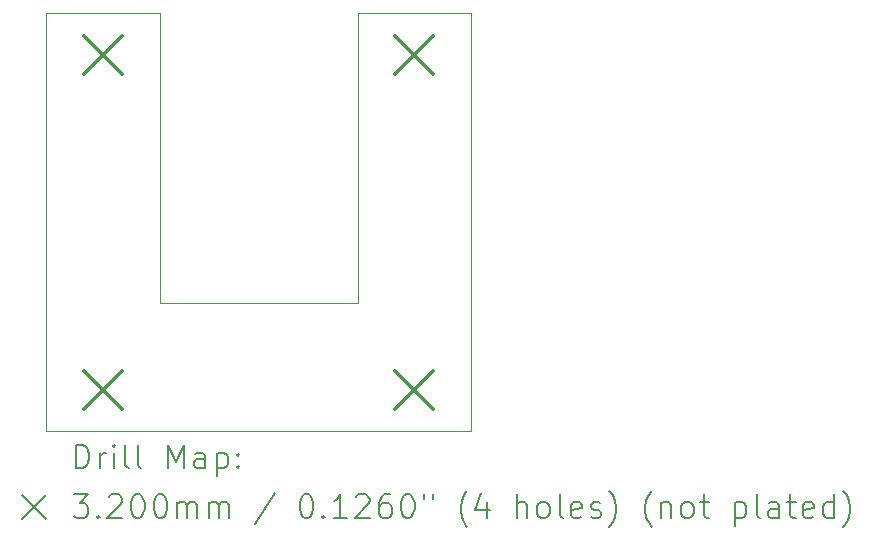
<source format=gbr>
%FSLAX45Y45*%
G04 Gerber Fmt 4.5, Leading zero omitted, Abs format (unit mm)*
G04 Created by KiCad (PCBNEW (6.0.2-0)) date 2022-05-31 21:56:34*
%MOMM*%
%LPD*%
G01*
G04 APERTURE LIST*
%TA.AperFunction,Profile*%
%ADD10C,0.100000*%
%TD*%
%ADD11C,0.200000*%
%ADD12C,0.320000*%
G04 APERTURE END LIST*
D10*
X17449800Y-6101080D02*
X17449800Y-9636760D01*
X17449800Y-9636760D02*
X13853160Y-9636760D01*
X16489680Y-8549640D02*
X14813280Y-8549640D01*
X13853160Y-9636760D02*
X13853160Y-6101080D01*
X16489680Y-6101080D02*
X17449800Y-6101080D01*
X14813280Y-8549640D02*
X14813280Y-6101080D01*
X14813280Y-6101080D02*
X13853160Y-6101080D01*
X16489680Y-6101080D02*
X16489680Y-8549640D01*
D11*
D12*
X14173220Y-6291600D02*
X14493220Y-6611600D01*
X14493220Y-6291600D02*
X14173220Y-6611600D01*
X14173220Y-9126240D02*
X14493220Y-9446240D01*
X14493220Y-9126240D02*
X14173220Y-9446240D01*
X16809740Y-6291600D02*
X17129740Y-6611600D01*
X17129740Y-6291600D02*
X16809740Y-6611600D01*
X16809740Y-9126240D02*
X17129740Y-9446240D01*
X17129740Y-9126240D02*
X16809740Y-9446240D01*
D11*
X14105779Y-9952236D02*
X14105779Y-9752236D01*
X14153398Y-9752236D01*
X14181969Y-9761760D01*
X14201017Y-9780808D01*
X14210541Y-9799855D01*
X14220065Y-9837950D01*
X14220065Y-9866522D01*
X14210541Y-9904617D01*
X14201017Y-9923665D01*
X14181969Y-9942712D01*
X14153398Y-9952236D01*
X14105779Y-9952236D01*
X14305779Y-9952236D02*
X14305779Y-9818903D01*
X14305779Y-9856998D02*
X14315303Y-9837950D01*
X14324827Y-9828427D01*
X14343874Y-9818903D01*
X14362922Y-9818903D01*
X14429588Y-9952236D02*
X14429588Y-9818903D01*
X14429588Y-9752236D02*
X14420065Y-9761760D01*
X14429588Y-9771284D01*
X14439112Y-9761760D01*
X14429588Y-9752236D01*
X14429588Y-9771284D01*
X14553398Y-9952236D02*
X14534350Y-9942712D01*
X14524827Y-9923665D01*
X14524827Y-9752236D01*
X14658160Y-9952236D02*
X14639112Y-9942712D01*
X14629588Y-9923665D01*
X14629588Y-9752236D01*
X14886731Y-9952236D02*
X14886731Y-9752236D01*
X14953398Y-9895093D01*
X15020065Y-9752236D01*
X15020065Y-9952236D01*
X15201017Y-9952236D02*
X15201017Y-9847474D01*
X15191493Y-9828427D01*
X15172446Y-9818903D01*
X15134350Y-9818903D01*
X15115303Y-9828427D01*
X15201017Y-9942712D02*
X15181969Y-9952236D01*
X15134350Y-9952236D01*
X15115303Y-9942712D01*
X15105779Y-9923665D01*
X15105779Y-9904617D01*
X15115303Y-9885570D01*
X15134350Y-9876046D01*
X15181969Y-9876046D01*
X15201017Y-9866522D01*
X15296255Y-9818903D02*
X15296255Y-10018903D01*
X15296255Y-9828427D02*
X15315303Y-9818903D01*
X15353398Y-9818903D01*
X15372446Y-9828427D01*
X15381969Y-9837950D01*
X15391493Y-9856998D01*
X15391493Y-9914141D01*
X15381969Y-9933189D01*
X15372446Y-9942712D01*
X15353398Y-9952236D01*
X15315303Y-9952236D01*
X15296255Y-9942712D01*
X15477208Y-9933189D02*
X15486731Y-9942712D01*
X15477208Y-9952236D01*
X15467684Y-9942712D01*
X15477208Y-9933189D01*
X15477208Y-9952236D01*
X15477208Y-9828427D02*
X15486731Y-9837950D01*
X15477208Y-9847474D01*
X15467684Y-9837950D01*
X15477208Y-9828427D01*
X15477208Y-9847474D01*
X13648160Y-10181760D02*
X13848160Y-10381760D01*
X13848160Y-10181760D02*
X13648160Y-10381760D01*
X14086731Y-10172236D02*
X14210541Y-10172236D01*
X14143874Y-10248427D01*
X14172446Y-10248427D01*
X14191493Y-10257950D01*
X14201017Y-10267474D01*
X14210541Y-10286522D01*
X14210541Y-10334141D01*
X14201017Y-10353189D01*
X14191493Y-10362712D01*
X14172446Y-10372236D01*
X14115303Y-10372236D01*
X14096255Y-10362712D01*
X14086731Y-10353189D01*
X14296255Y-10353189D02*
X14305779Y-10362712D01*
X14296255Y-10372236D01*
X14286731Y-10362712D01*
X14296255Y-10353189D01*
X14296255Y-10372236D01*
X14381969Y-10191284D02*
X14391493Y-10181760D01*
X14410541Y-10172236D01*
X14458160Y-10172236D01*
X14477208Y-10181760D01*
X14486731Y-10191284D01*
X14496255Y-10210331D01*
X14496255Y-10229379D01*
X14486731Y-10257950D01*
X14372446Y-10372236D01*
X14496255Y-10372236D01*
X14620065Y-10172236D02*
X14639112Y-10172236D01*
X14658160Y-10181760D01*
X14667684Y-10191284D01*
X14677208Y-10210331D01*
X14686731Y-10248427D01*
X14686731Y-10296046D01*
X14677208Y-10334141D01*
X14667684Y-10353189D01*
X14658160Y-10362712D01*
X14639112Y-10372236D01*
X14620065Y-10372236D01*
X14601017Y-10362712D01*
X14591493Y-10353189D01*
X14581969Y-10334141D01*
X14572446Y-10296046D01*
X14572446Y-10248427D01*
X14581969Y-10210331D01*
X14591493Y-10191284D01*
X14601017Y-10181760D01*
X14620065Y-10172236D01*
X14810541Y-10172236D02*
X14829588Y-10172236D01*
X14848636Y-10181760D01*
X14858160Y-10191284D01*
X14867684Y-10210331D01*
X14877208Y-10248427D01*
X14877208Y-10296046D01*
X14867684Y-10334141D01*
X14858160Y-10353189D01*
X14848636Y-10362712D01*
X14829588Y-10372236D01*
X14810541Y-10372236D01*
X14791493Y-10362712D01*
X14781969Y-10353189D01*
X14772446Y-10334141D01*
X14762922Y-10296046D01*
X14762922Y-10248427D01*
X14772446Y-10210331D01*
X14781969Y-10191284D01*
X14791493Y-10181760D01*
X14810541Y-10172236D01*
X14962922Y-10372236D02*
X14962922Y-10238903D01*
X14962922Y-10257950D02*
X14972446Y-10248427D01*
X14991493Y-10238903D01*
X15020065Y-10238903D01*
X15039112Y-10248427D01*
X15048636Y-10267474D01*
X15048636Y-10372236D01*
X15048636Y-10267474D02*
X15058160Y-10248427D01*
X15077208Y-10238903D01*
X15105779Y-10238903D01*
X15124827Y-10248427D01*
X15134350Y-10267474D01*
X15134350Y-10372236D01*
X15229588Y-10372236D02*
X15229588Y-10238903D01*
X15229588Y-10257950D02*
X15239112Y-10248427D01*
X15258160Y-10238903D01*
X15286731Y-10238903D01*
X15305779Y-10248427D01*
X15315303Y-10267474D01*
X15315303Y-10372236D01*
X15315303Y-10267474D02*
X15324827Y-10248427D01*
X15343874Y-10238903D01*
X15372446Y-10238903D01*
X15391493Y-10248427D01*
X15401017Y-10267474D01*
X15401017Y-10372236D01*
X15791493Y-10162712D02*
X15620065Y-10419855D01*
X16048636Y-10172236D02*
X16067684Y-10172236D01*
X16086731Y-10181760D01*
X16096255Y-10191284D01*
X16105779Y-10210331D01*
X16115303Y-10248427D01*
X16115303Y-10296046D01*
X16105779Y-10334141D01*
X16096255Y-10353189D01*
X16086731Y-10362712D01*
X16067684Y-10372236D01*
X16048636Y-10372236D01*
X16029588Y-10362712D01*
X16020065Y-10353189D01*
X16010541Y-10334141D01*
X16001017Y-10296046D01*
X16001017Y-10248427D01*
X16010541Y-10210331D01*
X16020065Y-10191284D01*
X16029588Y-10181760D01*
X16048636Y-10172236D01*
X16201017Y-10353189D02*
X16210541Y-10362712D01*
X16201017Y-10372236D01*
X16191493Y-10362712D01*
X16201017Y-10353189D01*
X16201017Y-10372236D01*
X16401017Y-10372236D02*
X16286731Y-10372236D01*
X16343874Y-10372236D02*
X16343874Y-10172236D01*
X16324827Y-10200808D01*
X16305779Y-10219855D01*
X16286731Y-10229379D01*
X16477208Y-10191284D02*
X16486731Y-10181760D01*
X16505779Y-10172236D01*
X16553398Y-10172236D01*
X16572446Y-10181760D01*
X16581969Y-10191284D01*
X16591493Y-10210331D01*
X16591493Y-10229379D01*
X16581969Y-10257950D01*
X16467684Y-10372236D01*
X16591493Y-10372236D01*
X16762922Y-10172236D02*
X16724827Y-10172236D01*
X16705779Y-10181760D01*
X16696255Y-10191284D01*
X16677208Y-10219855D01*
X16667684Y-10257950D01*
X16667684Y-10334141D01*
X16677208Y-10353189D01*
X16686731Y-10362712D01*
X16705779Y-10372236D01*
X16743874Y-10372236D01*
X16762922Y-10362712D01*
X16772446Y-10353189D01*
X16781970Y-10334141D01*
X16781970Y-10286522D01*
X16772446Y-10267474D01*
X16762922Y-10257950D01*
X16743874Y-10248427D01*
X16705779Y-10248427D01*
X16686731Y-10257950D01*
X16677208Y-10267474D01*
X16667684Y-10286522D01*
X16905779Y-10172236D02*
X16924827Y-10172236D01*
X16943874Y-10181760D01*
X16953398Y-10191284D01*
X16962922Y-10210331D01*
X16972446Y-10248427D01*
X16972446Y-10296046D01*
X16962922Y-10334141D01*
X16953398Y-10353189D01*
X16943874Y-10362712D01*
X16924827Y-10372236D01*
X16905779Y-10372236D01*
X16886731Y-10362712D01*
X16877208Y-10353189D01*
X16867684Y-10334141D01*
X16858160Y-10296046D01*
X16858160Y-10248427D01*
X16867684Y-10210331D01*
X16877208Y-10191284D01*
X16886731Y-10181760D01*
X16905779Y-10172236D01*
X17048636Y-10172236D02*
X17048636Y-10210331D01*
X17124827Y-10172236D02*
X17124827Y-10210331D01*
X17420065Y-10448427D02*
X17410541Y-10438903D01*
X17391493Y-10410331D01*
X17381970Y-10391284D01*
X17372446Y-10362712D01*
X17362922Y-10315093D01*
X17362922Y-10276998D01*
X17372446Y-10229379D01*
X17381970Y-10200808D01*
X17391493Y-10181760D01*
X17410541Y-10153189D01*
X17420065Y-10143665D01*
X17581970Y-10238903D02*
X17581970Y-10372236D01*
X17534350Y-10162712D02*
X17486731Y-10305570D01*
X17610541Y-10305570D01*
X17839112Y-10372236D02*
X17839112Y-10172236D01*
X17924827Y-10372236D02*
X17924827Y-10267474D01*
X17915303Y-10248427D01*
X17896255Y-10238903D01*
X17867684Y-10238903D01*
X17848636Y-10248427D01*
X17839112Y-10257950D01*
X18048636Y-10372236D02*
X18029589Y-10362712D01*
X18020065Y-10353189D01*
X18010541Y-10334141D01*
X18010541Y-10276998D01*
X18020065Y-10257950D01*
X18029589Y-10248427D01*
X18048636Y-10238903D01*
X18077208Y-10238903D01*
X18096255Y-10248427D01*
X18105779Y-10257950D01*
X18115303Y-10276998D01*
X18115303Y-10334141D01*
X18105779Y-10353189D01*
X18096255Y-10362712D01*
X18077208Y-10372236D01*
X18048636Y-10372236D01*
X18229589Y-10372236D02*
X18210541Y-10362712D01*
X18201017Y-10343665D01*
X18201017Y-10172236D01*
X18381970Y-10362712D02*
X18362922Y-10372236D01*
X18324827Y-10372236D01*
X18305779Y-10362712D01*
X18296255Y-10343665D01*
X18296255Y-10267474D01*
X18305779Y-10248427D01*
X18324827Y-10238903D01*
X18362922Y-10238903D01*
X18381970Y-10248427D01*
X18391493Y-10267474D01*
X18391493Y-10286522D01*
X18296255Y-10305570D01*
X18467684Y-10362712D02*
X18486731Y-10372236D01*
X18524827Y-10372236D01*
X18543874Y-10362712D01*
X18553398Y-10343665D01*
X18553398Y-10334141D01*
X18543874Y-10315093D01*
X18524827Y-10305570D01*
X18496255Y-10305570D01*
X18477208Y-10296046D01*
X18467684Y-10276998D01*
X18467684Y-10267474D01*
X18477208Y-10248427D01*
X18496255Y-10238903D01*
X18524827Y-10238903D01*
X18543874Y-10248427D01*
X18620065Y-10448427D02*
X18629589Y-10438903D01*
X18648636Y-10410331D01*
X18658160Y-10391284D01*
X18667684Y-10362712D01*
X18677208Y-10315093D01*
X18677208Y-10276998D01*
X18667684Y-10229379D01*
X18658160Y-10200808D01*
X18648636Y-10181760D01*
X18629589Y-10153189D01*
X18620065Y-10143665D01*
X18981970Y-10448427D02*
X18972446Y-10438903D01*
X18953398Y-10410331D01*
X18943874Y-10391284D01*
X18934350Y-10362712D01*
X18924827Y-10315093D01*
X18924827Y-10276998D01*
X18934350Y-10229379D01*
X18943874Y-10200808D01*
X18953398Y-10181760D01*
X18972446Y-10153189D01*
X18981970Y-10143665D01*
X19058160Y-10238903D02*
X19058160Y-10372236D01*
X19058160Y-10257950D02*
X19067684Y-10248427D01*
X19086731Y-10238903D01*
X19115303Y-10238903D01*
X19134350Y-10248427D01*
X19143874Y-10267474D01*
X19143874Y-10372236D01*
X19267684Y-10372236D02*
X19248636Y-10362712D01*
X19239112Y-10353189D01*
X19229589Y-10334141D01*
X19229589Y-10276998D01*
X19239112Y-10257950D01*
X19248636Y-10248427D01*
X19267684Y-10238903D01*
X19296255Y-10238903D01*
X19315303Y-10248427D01*
X19324827Y-10257950D01*
X19334350Y-10276998D01*
X19334350Y-10334141D01*
X19324827Y-10353189D01*
X19315303Y-10362712D01*
X19296255Y-10372236D01*
X19267684Y-10372236D01*
X19391493Y-10238903D02*
X19467684Y-10238903D01*
X19420065Y-10172236D02*
X19420065Y-10343665D01*
X19429589Y-10362712D01*
X19448636Y-10372236D01*
X19467684Y-10372236D01*
X19686731Y-10238903D02*
X19686731Y-10438903D01*
X19686731Y-10248427D02*
X19705779Y-10238903D01*
X19743874Y-10238903D01*
X19762922Y-10248427D01*
X19772446Y-10257950D01*
X19781970Y-10276998D01*
X19781970Y-10334141D01*
X19772446Y-10353189D01*
X19762922Y-10362712D01*
X19743874Y-10372236D01*
X19705779Y-10372236D01*
X19686731Y-10362712D01*
X19896255Y-10372236D02*
X19877208Y-10362712D01*
X19867684Y-10343665D01*
X19867684Y-10172236D01*
X20058160Y-10372236D02*
X20058160Y-10267474D01*
X20048636Y-10248427D01*
X20029589Y-10238903D01*
X19991493Y-10238903D01*
X19972446Y-10248427D01*
X20058160Y-10362712D02*
X20039112Y-10372236D01*
X19991493Y-10372236D01*
X19972446Y-10362712D01*
X19962922Y-10343665D01*
X19962922Y-10324617D01*
X19972446Y-10305570D01*
X19991493Y-10296046D01*
X20039112Y-10296046D01*
X20058160Y-10286522D01*
X20124827Y-10238903D02*
X20201017Y-10238903D01*
X20153398Y-10172236D02*
X20153398Y-10343665D01*
X20162922Y-10362712D01*
X20181970Y-10372236D01*
X20201017Y-10372236D01*
X20343874Y-10362712D02*
X20324827Y-10372236D01*
X20286731Y-10372236D01*
X20267684Y-10362712D01*
X20258160Y-10343665D01*
X20258160Y-10267474D01*
X20267684Y-10248427D01*
X20286731Y-10238903D01*
X20324827Y-10238903D01*
X20343874Y-10248427D01*
X20353398Y-10267474D01*
X20353398Y-10286522D01*
X20258160Y-10305570D01*
X20524827Y-10372236D02*
X20524827Y-10172236D01*
X20524827Y-10362712D02*
X20505779Y-10372236D01*
X20467684Y-10372236D01*
X20448636Y-10362712D01*
X20439112Y-10353189D01*
X20429589Y-10334141D01*
X20429589Y-10276998D01*
X20439112Y-10257950D01*
X20448636Y-10248427D01*
X20467684Y-10238903D01*
X20505779Y-10238903D01*
X20524827Y-10248427D01*
X20601017Y-10448427D02*
X20610541Y-10438903D01*
X20629589Y-10410331D01*
X20639112Y-10391284D01*
X20648636Y-10362712D01*
X20658160Y-10315093D01*
X20658160Y-10276998D01*
X20648636Y-10229379D01*
X20639112Y-10200808D01*
X20629589Y-10181760D01*
X20610541Y-10153189D01*
X20601017Y-10143665D01*
M02*

</source>
